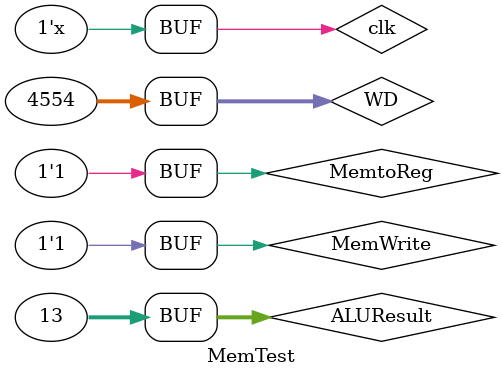
<source format=v>
`timescale 1ns / 1ps


module MemTest;

	// Inputs
	reg clk = 1;
	reg [31:0] ALUResult;
	reg [31:0] WD;
	reg MemWrite;
	reg MemtoReg;

	// Outputs
	wire [31:0] Result;

	// Instantiate the Unit Under Test (UUT)
	Mem uut (
		.clk(clk), 
		.ALUResult(ALUResult), 
		.WD(WD), 
		.MemWrite(MemWrite), 
		.MemtoReg(MemtoReg), 
		.Result(Result)
	);

	always #5 clk = ~clk;
	
	initial begin
		// Initialize Inputs		
		ALUResult = 32'd12;
		WD = 32'd989;
		MemWrite = 0;
		MemtoReg = 1;

		// Wait 100 ns for global reset to finish
		#10;
		
		ALUResult = 32'd12;
		WD = 32'd0;
		MemWrite = 1;
		MemtoReg = 1;		
		
		#10;
		
		ALUResult = 32'd13;
		WD = 32'd4554;
		MemWrite = 1;
		MemtoReg = 1;
		
		#10;
		
		ALUResult = 32'd12;
		WD = 32'd4554;
		MemWrite = 1;
		MemtoReg = 0;	

		#10;
		
		ALUResult = 32'd13;
		WD = 32'd4554;
		MemWrite = 1;
		MemtoReg = 1;		
		
		
        
		// Add stimulus here

	end
      
endmodule


</source>
